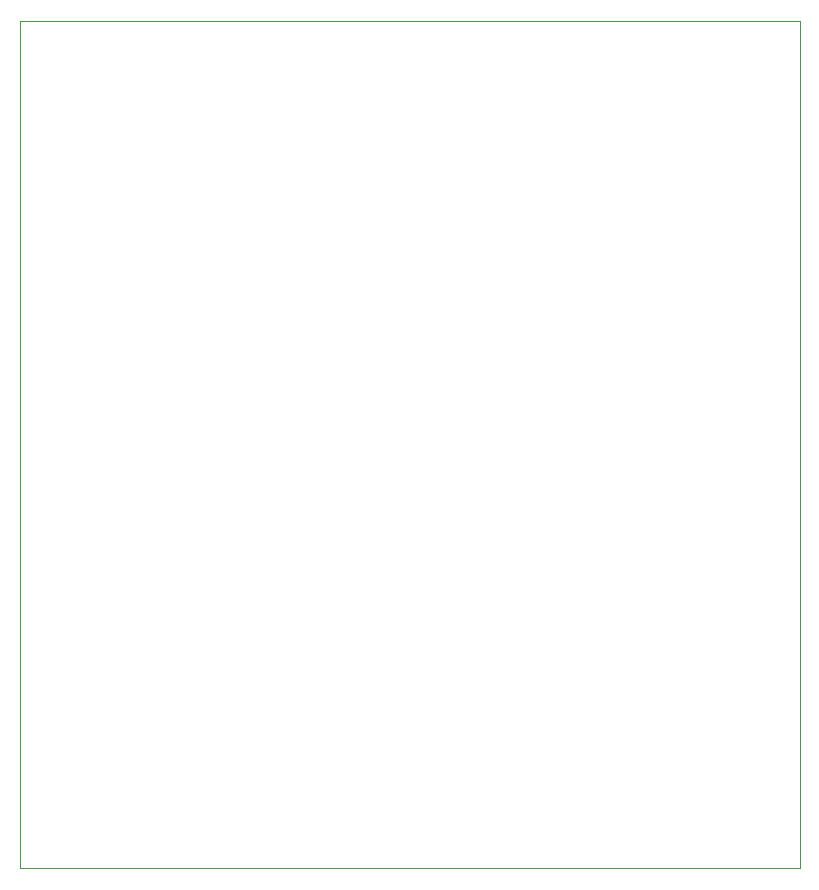
<source format=gm1>
G04 #@! TF.GenerationSoftware,KiCad,Pcbnew,5.1.9-73d0e3b20d~88~ubuntu20.04.1*
G04 #@! TF.CreationDate,2021-04-19T12:44:21+02:00*
G04 #@! TF.ProjectId,Inverter,496e7665-7274-4657-922e-6b696361645f,rev?*
G04 #@! TF.SameCoordinates,Original*
G04 #@! TF.FileFunction,Profile,NP*
%FSLAX46Y46*%
G04 Gerber Fmt 4.6, Leading zero omitted, Abs format (unit mm)*
G04 Created by KiCad (PCBNEW 5.1.9-73d0e3b20d~88~ubuntu20.04.1) date 2021-04-19 12:44:21*
%MOMM*%
%LPD*%
G01*
G04 APERTURE LIST*
G04 #@! TA.AperFunction,Profile*
%ADD10C,0.050000*%
G04 #@! TD*
G04 APERTURE END LIST*
D10*
X68580000Y-129540000D02*
X68580000Y-57785000D01*
X134620000Y-129540000D02*
X68580000Y-129540000D01*
X134620000Y-57785000D02*
X134620000Y-129540000D01*
X68580000Y-57785000D02*
X134620000Y-57785000D01*
M02*

</source>
